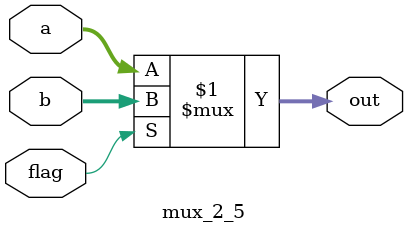
<source format=v>
`timescale 1ns / 1ps


module mux_2_5(
    input flag,
    input [4:0] a,
    input [4:0] b,
    output [4:0] out
    );
    assign out = flag?b:a;
endmodule

</source>
